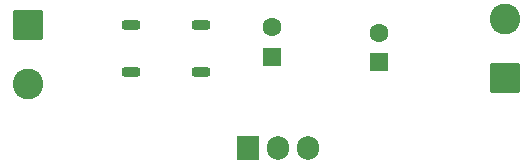
<source format=gbr>
%TF.GenerationSoftware,KiCad,Pcbnew,9.0.6*%
%TF.CreationDate,2025-11-21T23:30:09+05:30*%
%TF.ProjectId,charger_circuit,63686172-6765-4725-9f63-697263756974,rev?*%
%TF.SameCoordinates,Original*%
%TF.FileFunction,Soldermask,Top*%
%TF.FilePolarity,Negative*%
%FSLAX46Y46*%
G04 Gerber Fmt 4.6, Leading zero omitted, Abs format (unit mm)*
G04 Created by KiCad (PCBNEW 9.0.6) date 2025-11-21 23:30:09*
%MOMM*%
%LPD*%
G01*
G04 APERTURE LIST*
G04 Aperture macros list*
%AMRoundRect*
0 Rectangle with rounded corners*
0 $1 Rounding radius*
0 $2 $3 $4 $5 $6 $7 $8 $9 X,Y pos of 4 corners*
0 Add a 4 corners polygon primitive as box body*
4,1,4,$2,$3,$4,$5,$6,$7,$8,$9,$2,$3,0*
0 Add four circle primitives for the rounded corners*
1,1,$1+$1,$2,$3*
1,1,$1+$1,$4,$5*
1,1,$1+$1,$6,$7*
1,1,$1+$1,$8,$9*
0 Add four rect primitives between the rounded corners*
20,1,$1+$1,$2,$3,$4,$5,0*
20,1,$1+$1,$4,$5,$6,$7,0*
20,1,$1+$1,$6,$7,$8,$9,0*
20,1,$1+$1,$8,$9,$2,$3,0*%
G04 Aperture macros list end*
%ADD10R,1.905000X2.000000*%
%ADD11O,1.905000X2.000000*%
%ADD12RoundRect,0.250000X1.050000X-1.050000X1.050000X1.050000X-1.050000X1.050000X-1.050000X-1.050000X0*%
%ADD13C,2.600000*%
%ADD14RoundRect,0.250000X-1.050000X1.050000X-1.050000X-1.050000X1.050000X-1.050000X1.050000X1.050000X0*%
%ADD15RoundRect,0.200000X0.562500X0.200000X-0.562500X0.200000X-0.562500X-0.200000X0.562500X-0.200000X0*%
%ADD16RoundRect,0.250000X0.550000X-0.550000X0.550000X0.550000X-0.550000X0.550000X-0.550000X-0.550000X0*%
%ADD17C,1.600000*%
G04 APERTURE END LIST*
D10*
%TO.C,U1*%
X60960000Y-48950000D03*
D11*
X63500000Y-48950000D03*
X66040000Y-48950000D03*
%TD*%
D12*
%TO.C,J2*%
X82672500Y-43000000D03*
D13*
X82672500Y-38000000D03*
%TD*%
D14*
%TO.C,J1*%
X42327500Y-38500000D03*
D13*
X42327500Y-43500000D03*
%TD*%
D15*
%TO.C,D1*%
X56937500Y-42500000D03*
X56937500Y-38500000D03*
X51062500Y-38500000D03*
X51062500Y-42500000D03*
%TD*%
D16*
%TO.C,C2*%
X72000000Y-41682380D03*
D17*
X72000000Y-39182380D03*
%TD*%
D16*
%TO.C,C1*%
X63000000Y-41182380D03*
D17*
X63000000Y-38682380D03*
%TD*%
M02*

</source>
